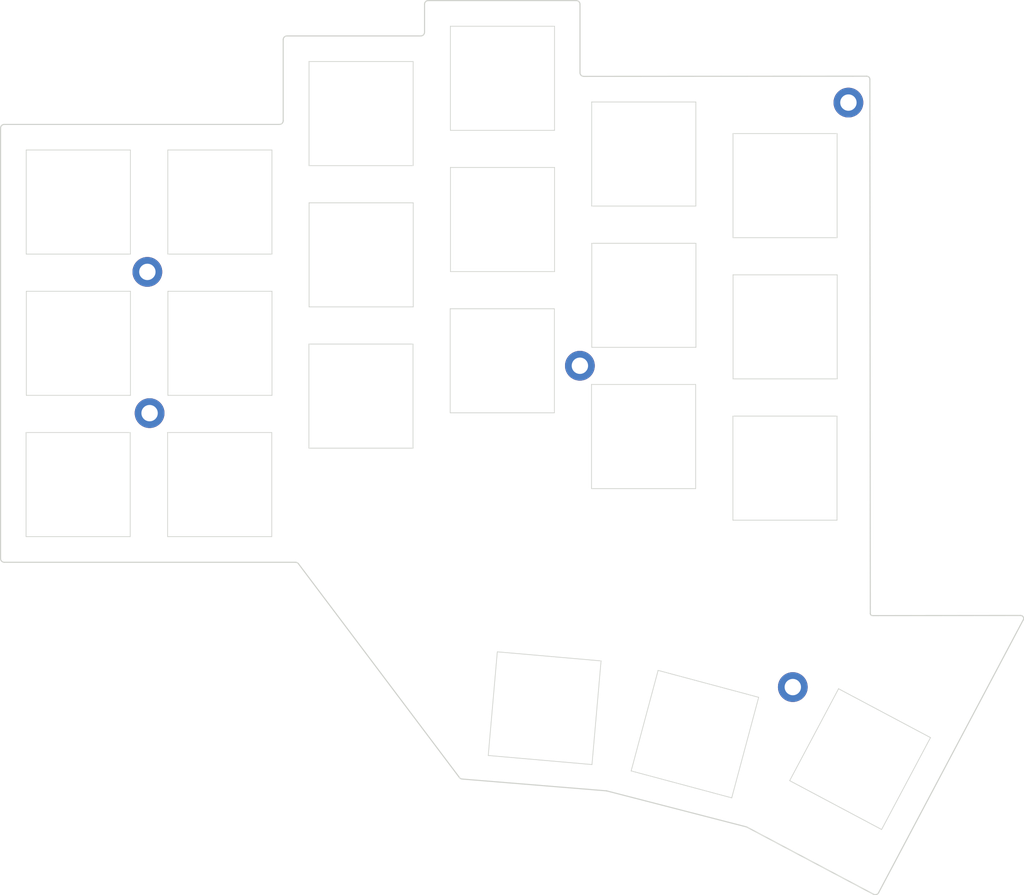
<source format=kicad_pcb>
(kicad_pcb (version 20240108) (generator "pcbnew") (generator_version "8.0")
  (layers (0 "F.Cu" signal) (31 "B.Cu" signal) (34 "B.Paste" user) (35 "F.Paste" user) (36 "B.SilkS" user "B.Silkscreen") (37 "F.SilkS" user "F.Silkscreen") (38 "B.Mask" user) (39 "F.Mask" user) (44 "Edge.Cuts" user))
  (net 0 "")
  (footprint "" (layer "F.Cu") (at 95.09483 72.112756)
    (property "Reference" "" (at 0 0 0) (layer "F.SilkS") (effects (font (size 1.27 1.27))))
    (property "Value" "" (at 0 0 0) (layer "F.SilkS") (effects (font (size 1.27 1.27))))
    (pad "5" thru_hole circle (at 0 0) (size 4 4) (drill 2.2) (layers "*.Cu" "*.Mask"))
  )
  (footprint "" (layer "F.Cu") (at 189.34483 49.337756)
    (property "Reference" "" (at 0 0 0) (layer "F.SilkS") (effects (font (size 1.27 1.27))))
    (property "Value" "" (at 0 0 0) (layer "F.SilkS") (effects (font (size 1.27 1.27))))
    (pad "5" thru_hole circle (at 0 0) (size 4 4) (drill 2.2) (layers "*.Cu" "*.Mask"))
  )
  (footprint "" (layer "F.Cu") (at 95.39483 91.112756)
    (property "Reference" "" (at 0 0 0) (layer "F.SilkS") (effects (font (size 1.27 1.27))))
    (property "Value" "" (at 0 0 0) (layer "F.SilkS") (effects (font (size 1.27 1.27))))
    (pad "5" thru_hole circle (at 0 0) (size 4 4) (drill 2.2) (layers "*.Cu" "*.Mask"))
  )
  (footprint "" (layer "F.Cu") (at 181.86983 127.962756)
    (property "Reference" "" (at 0 0 0) (layer "F.SilkS") (effects (font (size 1.27 1.27))))
    (property "Value" "" (at 0 0 0) (layer "F.SilkS") (effects (font (size 1.27 1.27))))
    (pad "5" thru_hole circle (at 0 0) (size 4 4) (drill 2.2) (layers "*.Cu" "*.Mask"))
  )
  (footprint "" (layer "F.Cu") (at 153.24483 84.737756)
    (property "Reference" "" (hide yes))
    (property "Value" "" (hide yes))
    (pad "5" thru_hole circle (at 0 0) (size 4 4) (drill 2.2) (layers "*.Cu" "*.Mask"))
  )
  (gr_line (start 111.84 55.72) (end 111.84 69.720425) (stroke (width 0.1)) (layer "Edge.Cuts"))
  (gr_line (start 111.85 88.720425) (end 97.85212 88.720425) (stroke (width 0.1)) (layer "Edge.Cuts"))
  (gr_line (start 132.85783 35.613756) (end 152.75783 35.613756) (stroke (width 0.15)) (layer "Edge.Cuts"))
  (gr_line (start 130.81 81.819575) (end 130.81 95.82) (stroke (width 0.1)) (layer "Edge.Cuts"))
  (gr_line (start 168.84 82.26) (end 154.84212 82.26) (stroke (width 0.1)) (layer "Edge.Cuts"))
  (gr_line (start 135.83212 53.07) (end 135.83212 39.069575) (stroke (width 0.1)) (layer "Edge.Cuts"))
  (gr_line (start 193.807198 147.121642) (end 181.447804 140.550035) (stroke (width 0.1)) (layer "Edge.Cuts"))
  (gr_line (start 153.75783 45.813756) (end 191.81 45.789881) (stroke (width 0.15)) (layer "Edge.Cuts"))
  (gr_line (start 154.83212 49.259575) (end 154.83212 49.259575) (stroke (width 0.1)) (layer "Edge.Cuts"))
  (gr_line (start 111.82 107.720425) (end 97.82212 107.720425) (stroke (width 0.1)) (layer "Edge.Cuts"))
  (gr_line (start 111.82 93.72) (end 111.82 107.720425) (stroke (width 0.1)) (layer "Edge.Cuts"))
  (gr_arc (start 212.484858 118.328967) (mid 212.85 118.539998) (end 212.826026 118.961055) (stroke (width 0.15)) (layer "Edge.Cuts"))
  (gr_line (start 116.83212 57.82) (end 116.83212 43.819575) (stroke (width 0.1)) (layer "Edge.Cuts"))
  (gr_line (start 130.83 57.82) (end 116.83212 57.82) (stroke (width 0.1)) (layer "Edge.Cuts"))
  (gr_line (start 135.81212 77.069575) (end 149.81 77.069575) (stroke (width 0.1)) (layer "Edge.Cuts"))
  (gr_line (start 78.79212 93.719575) (end 92.79 93.719575) (stroke (width 0.1)) (layer "Edge.Cuts"))
  (gr_line (start 97.84212 55.72) (end 111.84 55.72) (stroke (width 0.1)) (layer "Edge.Cuts"))
  (gr_line (start 173.81212 105.51) (end 173.81212 91.509575) (stroke (width 0.1)) (layer "Edge.Cuts"))
  (gr_line (start 130.81 95.82) (end 116.81212 95.82) (stroke (width 0.1)) (layer "Edge.Cuts"))
  (gr_line (start 187.83 67.51) (end 173.83212 67.51) (stroke (width 0.1)) (layer "Edge.Cuts"))
  (gr_line (start 156.784532 141.918759) (end 137.410531 140.331541) (stroke (width 0.15)) (layer "Edge.Cuts"))
  (gr_line (start 154.83212 63.26) (end 154.83212 49.259575) (stroke (width 0.1)) (layer "Edge.Cuts"))
  (gr_line (start 132.35783 39.873756) (end 132.35783 36.113756) (stroke (width 0.15)) (layer "Edge.Cuts"))
  (gr_line (start 173.84212 86.51) (end 173.84212 72.509575) (stroke (width 0.1)) (layer "Edge.Cuts"))
  (gr_line (start 154.84212 68.259575) (end 168.84 68.259575) (stroke (width 0.1)) (layer "Edge.Cuts"))
  (gr_line (start 173.81212 91.509575) (end 173.81212 91.509575) (stroke (width 0.1)) (layer "Edge.Cuts"))
  (gr_line (start 187.84 72.509575) (end 187.84 86.51) (stroke (width 0.1)) (layer "Edge.Cuts"))
  (gr_line (start 187.81 91.509575) (end 187.81 105.51) (stroke (width 0.1)) (layer "Edge.Cuts"))
  (gr_line (start 78.82212 74.719575) (end 92.82 74.719575) (stroke (width 0.1)) (layer "Edge.Cuts"))
  (gr_line (start 111.85 74.72) (end 111.85 88.720425) (stroke (width 0.1)) (layer "Edge.Cuts"))
  (gr_line (start 97.82212 107.720425) (end 97.82212 93.72) (stroke (width 0.1)) (layer "Edge.Cuts"))
  (gr_line (start 212.484858 118.328967) (end 192.59 118.35) (stroke (width 0.15)) (layer "Edge.Cuts"))
  (gr_line (start 181.447804 140.550035) (end 188.020605 128.188393) (stroke (width 0.1)) (layer "Edge.Cuts"))
  (gr_line (start 97.85212 74.72) (end 97.85212 74.72) (stroke (width 0.1)) (layer "Edge.Cuts"))
  (gr_line (start 116.84212 62.819575) (end 130.84 62.819575) (stroke (width 0.1)) (layer "Edge.Cuts"))
  (gr_line (start 149.81 91.07) (end 135.81212 91.07) (stroke (width 0.1)) (layer "Edge.Cuts"))
  (gr_line (start 92.82 88.72) (end 78.82212 88.72) (stroke (width 0.1)) (layer "Edge.Cuts"))
  (gr_line (start 154.81212 87.259575) (end 168.81 87.259575) (stroke (width 0.1)) (layer "Edge.Cuts"))
  (gr_line (start 149.84 58.069575) (end 149.84 72.07) (stroke (width 0.1)) (layer "Edge.Cuts"))
  (gr_line (start 154.81212 101.26) (end 154.81212 87.259575) (stroke (width 0.1)) (layer "Edge.Cuts"))
  (gr_line (start 149.83 53.07) (end 135.83212 53.07) (stroke (width 0.1)) (layer "Edge.Cuts"))
  (gr_line (start 113.35783 51.773756) (end 113.35783 40.873756) (stroke (width 0.15)) (layer "Edge.Cuts"))
  (gr_line (start 140.922855 137.164398) (end 142.142851 123.219784) (stroke (width 0.1)) (layer "Edge.Cuts"))
  (gr_line (start 168.81 87.259575) (end 168.81 101.26) (stroke (width 0.1)) (layer "Edge.Cuts"))
  (gr_line (start 78.81212 55.719575) (end 78.81212 55.719575) (stroke (width 0.1)) (layer "Edge.Cuts"))
  (gr_line (start 192.723972 155.833588) (end 175.661384 146.777001) (stroke (width 0.15)) (layer "Edge.Cuts"))
  (gr_arc (start 113.35783 51.773756) (mid 113.211383 52.127309) (end 112.85783 52.273756) (stroke (width 0.15)) (layer "Edge.Cuts"))
  (gr_arc (start 115.00834 111.173756) (mid 115.23158 111.226364) (end 115.40785 111.373104) (stroke (width 0.15)) (layer "Edge.Cuts"))
  (gr_line (start 78.81212 55.719575) (end 92.81 55.719575) (stroke (width 0.1)) (layer "Edge.Cuts"))
  (gr_line (start 163.759086 125.717082) (end 163.759086 125.717082) (stroke (width 0.1)) (layer "Edge.Cuts"))
  (gr_line (start 116.84212 76.82) (end 116.84212 62.819575) (stroke (width 0.1)) (layer "Edge.Cuts"))
  (gr_line (start 130.84 62.819575) (end 130.84 76.82) (stroke (width 0.1)) (layer "Edge.Cuts"))
  (gr_line (start 135.81212 77.069575) (end 135.81212 77.069575) (stroke (width 0.1)) (layer "Edge.Cuts"))
  (gr_line (start 149.81 77.069575) (end 149.81 91.07) (stroke (width 0.1)) (layer "Edge.Cuts"))
  (gr_line (start 177.28 129.34) (end 173.656423 142.863372) (stroke (width 0.1)) (layer "Edge.Cuts"))
  (gr_line (start 200.38 134.76) (end 193.807198 147.121642) (stroke (width 0.1)) (layer "Edge.Cuts"))
  (gr_line (start 163.759086 125.717082) (end 177.28 129.34) (stroke (width 0.1)) (layer "Edge.Cuts"))
  (gr_line (start 154.81212 87.259575) (end 154.81212 87.259575) (stroke (width 0.1)) (layer "Edge.Cuts"))
  (gr_line (start 156.09 124.44) (end 156.09 124.44) (stroke (width 0.1)) (layer "Edge.Cuts"))
  (gr_line (start 149.83 39.069575) (end 149.83 53.07) (stroke (width 0.1)) (layer "Edge.Cuts"))
  (gr_line (start 97.84212 55.72) (end 97.84212 55.72) (stroke (width 0.1)) (layer "Edge.Cuts"))
  (gr_line (start 135.83212 39.069575) (end 135.83212 39.069575) (stroke (width 0.1)) (layer "Edge.Cuts"))
  (gr_line (start 173.84212 72.509575) (end 187.84 72.509575) (stroke (width 0.1)) (layer "Edge.Cuts"))
  (gr_line (start 113.85783 40.373756) (end 131.85783 40.373756) (stroke (width 0.15)) (layer "Edge.Cuts"))
  (gr_line (start 116.81212 81.819575) (end 116.81212 81.819575) (stroke (width 0.1)) (layer "Edge.Cuts"))
  (gr_line (start 92.82 74.719575) (end 92.82 88.72) (stroke (width 0.1)) (layer "Edge.Cuts"))
  (gr_line (start 187.81 105.51) (end 173.81212 105.51) (stroke (width 0.1)) (layer "Edge.Cuts"))
  (gr_line (start 97.82212 93.72) (end 111.82 93.72) (stroke (width 0.1)) (layer "Edge.Cuts"))
  (gr_line (start 130.84 76.82) (end 116.84212 76.82) (stroke (width 0.1)) (layer "Edge.Cuts"))
  (gr_line (start 115.00834 111.173756) (end 75.85783 111.173756) (stroke (width 0.15)) (layer "Edge.Cuts"))
  (gr_arc (start 137.409202 140.328285) (mid 137.208689 140.26786) (end 137.050517 140.130607) (stroke (width 0.15)) (layer "Edge.Cuts"))
  (gr_arc (start 75.85783 111.173756) (mid 75.504277 111.027309) (end 75.35783 110.673756) (stroke (width 0.15)) (layer "Edge.Cuts"))
  (gr_line (start 192.23 46.22) (end 192.289828 118.06) (stroke (width 0.15)) (layer "Edge.Cuts"))
  (gr_line (start 116.81212 95.82) (end 116.81212 81.819575) (stroke (width 0.1)) (layer "Edge.Cuts"))
  (gr_line (start 75.85783 52.273756) (end 112.85783 52.273756) (stroke (width 0.15)) (layer "Edge.Cuts"))
  (gr_line (start 92.79 93.719575) (end 92.79 107.72) (stroke (width 0.1)) (layer "Edge.Cuts"))
  (gr_line (start 212.826026 118.961055) (end 193.400439 155.626365) (stroke (width 0.15)) (layer "Edge.Cuts"))
  (gr_line (start 156.09 124.44) (end 154.870004 138.384615) (stroke (width 0.1)) (layer "Edge.Cuts"))
  (gr_line (start 187.83 53.509575) (end 187.83 67.51) (stroke (width 0.1)) (layer "Edge.Cuts"))
  (gr_line (start 137.051847 140.133863) (end 115.40785 111.373104) (stroke (width 0.15)) (layer "Edge.Cuts"))
  (gr_line (start 78.82212 88.72) (end 78.82212 74.719575) (stroke (width 0.1)) (layer "Edge.Cuts"))
  (gr_line (start 116.83212 43.819575) (end 130.83 43.819575) (stroke (width 0.1)) (layer "Edge.Cuts"))
  (gr_line (start 135.84212 72.07) (end 135.84212 58.069575) (stroke (width 0.1)) (layer "Edge.Cuts"))
  (gr_arc (start 192.59 118.35) (mid 192.378383 118.268689) (end 192.289828 118.06) (stroke (width 0.15)) (layer "Edge.Cuts"))
  (gr_line (start 160.13551 139.240455) (end 163.759086 125.717082) (stroke (width 0.1)) (layer "Edge.Cuts"))
  (gr_line (start 173.656423 142.863372) (end 160.13551 139.240455) (stroke (width 0.1)) (layer "Edge.Cuts"))
  (gr_arc (start 152.75783 35.613756) (mid 153.111383 35.760203) (end 153.25783 36.113756) (stroke (width 0.15)) (layer "Edge.Cuts"))
  (gr_line (start 173.83212 53.509575) (end 173.83212 53.509575) (stroke (width 0.1)) (layer "Edge.Cuts"))
  (gr_line (start 168.81 101.26) (end 154.81212 101.26) (stroke (width 0.1)) (layer "Edge.Cuts"))
  (gr_line (start 168.83 63.26) (end 154.83212 63.26) (stroke (width 0.1)) (layer "Edge.Cuts"))
  (gr_arc (start 132.35783 36.113756) (mid 132.504277 35.760203) (end 132.85783 35.613756) (stroke (width 0.15)) (layer "Edge.Cuts"))
  (gr_arc (start 191.81 45.789881) (mid 192.110583 45.916488) (end 192.23 46.22) (stroke (width 0.15)) (layer "Edge.Cuts"))
  (gr_line (start 153.25783 36.113756) (end 153.25783 45.313756) (stroke (width 0.15)) (layer "Edge.Cuts"))
  (gr_arc (start 156.784532 141.91876) (mid 156.826822 141.924044) (end 156.868508 141.932916) (stroke (width 0.15)) (layer "Edge.Cuts"))
  (gr_line (start 92.81 69.72) (end 78.81212 69.72) (stroke (width 0.1)) (layer "Edge.Cuts"))
  (gr_line (start 116.83212 43.819575) (end 116.83212 43.819575) (stroke (width 0.1)) (layer "Edge.Cuts"))
  (gr_line (start 97.85212 74.72) (end 111.85 74.72) (stroke (width 0.1)) (layer "Edge.Cuts"))
  (gr_line (start 97.85212 88.720425) (end 97.85212 74.72) (stroke (width 0.1)) (layer "Edge.Cuts"))
  (gr_line (start 188.020605 128.188393) (end 200.38 134.76) (stroke (width 0.1)) (layer "Edge.Cuts"))
  (gr_line (start 135.84212 58.069575) (end 135.84212 58.069575) (stroke (width 0.1)) (layer "Edge.Cuts"))
  (gr_line (start 173.81212 91.509575) (end 187.81 91.509575) (stroke (width 0.1)) (layer "Edge.Cuts"))
  (gr_line (start 78.81212 69.72) (end 78.81212 55.719575) (stroke (width 0.1)) (layer "Edge.Cuts"))
  (gr_line (start 78.79212 93.719575) (end 78.79212 93.719575) (stroke (width 0.1)) (layer "Edge.Cuts"))
  (gr_line (start 92.79 107.72) (end 78.79212 107.72) (stroke (width 0.1)) (layer "Edge.Cuts"))
  (gr_line (start 154.84212 68.259575) (end 154.84212 68.259575) (stroke (width 0.1)) (layer "Edge.Cuts"))
  (gr_arc (start 75.35783 52.773756) (mid 75.504277 52.420203) (end 75.85783 52.273756) (stroke (width 0.15)) (layer "Edge.Cuts"))
  (gr_line (start 173.83212 67.51) (end 173.83212 53.509575) (stroke (width 0.1)) (layer "Edge.Cuts"))
  (gr_line (start 154.84212 82.26) (end 154.84212 68.259575) (stroke (width 0.1)) (layer "Edge.Cuts"))
  (gr_line (start 168.84 68.259575) (end 168.84 82.26) (stroke (width 0.1)) (layer "Edge.Cuts"))
  (gr_line (start 97.82212 93.72) (end 97.82212 93.72) (stroke (width 0.1)) (layer "Edge.Cuts"))
  (gr_line (start 149.84 72.07) (end 135.84212 72.07) (stroke (width 0.1)) (layer "Edge.Cuts"))
  (gr_line (start 154.870004 138.384615) (end 140.922855 137.164398) (stroke (width 0.1)) (layer "Edge.Cuts"))
  (gr_line (start 142.142851 123.219784) (end 156.09 124.44) (stroke (width 0.1)) (layer "Edge.Cuts"))
  (gr_line (start 135.81212 91.07) (end 135.81212 77.069575) (stroke (width 0.1)) (layer "Edge.Cuts"))
  (gr_line (start 175.661384 146.777001) (end 156.868508 141.932916) (stroke (width 0.15)) (layer "Edge.Cuts"))
  (gr_line (start 78.79212 107.72) (end 78.79212 93.719575) (stroke (width 0.1)) (layer "Edge.Cuts"))
  (gr_line (start 135.84212 58.069575) (end 149.84 58.069575) (stroke (width 0.1)) (layer "Edge.Cuts"))
  (gr_line (start 154.83212 49.259575) (end 168.83 49.259575) (stroke (width 0.1)) (layer "Edge.Cuts"))
  (gr_line (start 116.84212 62.819575) (end 116.84212 62.819575) (stroke (width 0.1)) (layer "Edge.Cuts"))
  (gr_line (start 78.82212 74.719575) (end 78.82212 74.719575) (stroke (width 0.1)) (layer "Edge.Cuts"))
  (gr_arc (start 153.75783 45.813756) (mid 153.404277 45.667309) (end 153.25783 45.313756) (stroke (width 0.15)) (layer "Edge.Cuts"))
  (gr_line (start 75.35783 110.673756) (end 75.35783 52.773756) (stroke (width 0.15)) (layer "Edge.Cuts"))
  (gr_line (start 173.84212 72.509575) (end 173.84212 72.509575) (stroke (width 0.1)) (layer "Edge.Cuts"))
  (gr_line (start 130.83 43.819575) (end 130.83 57.82) (stroke (width 0.1)) (layer "Edge.Cuts"))
  (gr_line (start 187.84 86.51) (end 173.84212 86.51) (stroke (width 0.1)) (layer "Edge.Cuts"))
  (gr_line (start 116.81212 81.819575) (end 130.81 81.819575) (stroke (width 0.1)) (layer "Edge.Cuts"))
  (gr_line (start 173.83212 53.509575) (end 187.83 53.509575) (stroke (width 0.1)) (layer "Edge.Cuts"))
  (gr_arc (start 132.35783 39.873756) (mid 132.211383 40.227309) (end 131.85783 40.373756) (stroke (width 0.15)) (layer "Edge.Cuts"))
  (gr_line (start 111.84 69.720425) (end 97.84212 69.720425) (stroke (width 0.1)) (layer "Edge.Cuts"))
  (gr_line (start 135.83212 39.069575) (end 149.83 39.069575) (stroke (width 0.1)) (layer "Edge.Cuts"))
  (gr_arc (start 193.40044 155.626365) (mid 193.105159 155.870193) (end 192.723972 155.833588) (stroke (width 0.15)) (layer "Edge.Cuts"))
  (gr_line (start 92.81 55.719575) (end 92.81 69.72) (stroke (width 0.1)) (layer "Edge.Cuts"))
  (gr_line (start 97.84212 69.720425) (end 97.84212 55.72) (stroke (width 0.1)) (layer "Edge.Cuts"))
  (gr_line (start 168.83 49.259575) (end 168.83 63.26) (stroke (width 0.1)) (layer "Edge.Cuts"))
  (gr_arc (start 113.35783 40.873756) (mid 113.504277 40.520203) (end 113.85783 40.373756) (stroke (width 0.15)) (layer "Edge.Cuts"))
  (gr_line (start 188.020605 128.188393) (end 188.020605 128.188393) (stroke (width 0.1)) (layer "Edge.Cuts"))
)
</source>
